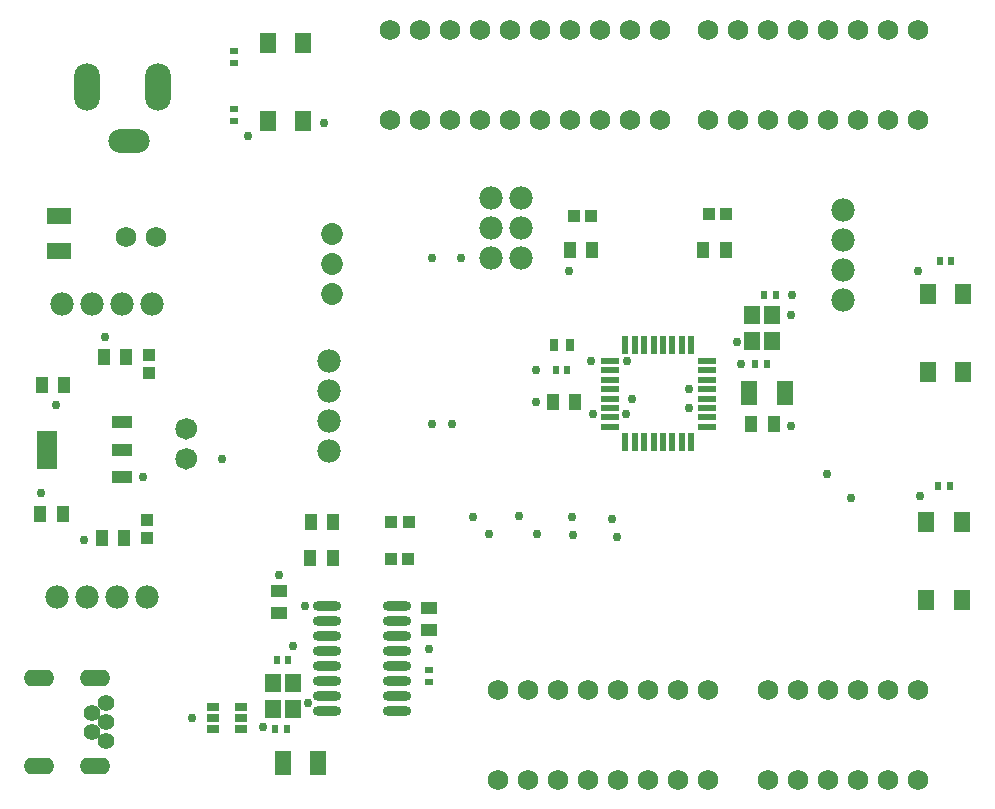
<source format=gts>
G04*
G04 #@! TF.GenerationSoftware,Altium Limited,Altium Designer,22.1.2 (22)*
G04*
G04 Layer_Color=8388736*
%FSLAX25Y25*%
%MOIN*%
G70*
G04*
G04 #@! TF.SameCoordinates,DE848DBD-6215-49A0-A964-8366D708164F*
G04*
G04*
G04 #@! TF.FilePolarity,Negative*
G04*
G01*
G75*
%ADD20R,0.05709X0.03937*%
%ADD21R,0.03937X0.05709*%
%ADD23R,0.02362X0.02756*%
%ADD24R,0.02756X0.02362*%
%ADD30R,0.02953X0.03937*%
%ADD37C,0.00000*%
%ADD38R,0.05524X0.06706*%
%ADD39R,0.07100X0.04100*%
%ADD40R,0.07100X0.13000*%
%ADD41R,0.07900X0.05200*%
%ADD42R,0.06000X0.02200*%
%ADD43R,0.02200X0.06000*%
%ADD44R,0.03950X0.03950*%
%ADD45O,0.09461X0.03200*%
%ADD46R,0.03950X0.03950*%
%ADD47R,0.04137X0.02956*%
%ADD48R,0.05524X0.06311*%
%ADD49R,0.05200X0.07900*%
%ADD50C,0.06800*%
%ADD51C,0.07800*%
%ADD52O,0.10249X0.05524*%
%ADD53C,0.05524*%
%ADD54C,0.07178*%
%ADD55O,0.13792X0.07887*%
%ADD56O,0.08674X0.15761*%
%ADD57C,0.07296*%
%ADD58C,0.03000*%
D20*
X97000Y63000D02*
D03*
Y70480D02*
D03*
X147000Y64740D02*
D03*
Y57260D02*
D03*
D21*
X238260Y184000D02*
D03*
X245740D02*
D03*
X201240D02*
D03*
X193760D02*
D03*
X107260Y81500D02*
D03*
X114740D02*
D03*
X24740Y96000D02*
D03*
X17260D02*
D03*
X45240Y88000D02*
D03*
X37760D02*
D03*
X107520Y93500D02*
D03*
X115000D02*
D03*
X46000Y148500D02*
D03*
X38520D02*
D03*
X17760Y139000D02*
D03*
X25240D02*
D03*
X254260Y126000D02*
D03*
X261740D02*
D03*
X188020Y133500D02*
D03*
X195500D02*
D03*
D23*
X317032Y180500D02*
D03*
X320969D02*
D03*
X316563Y105500D02*
D03*
X320500D02*
D03*
X96031Y47500D02*
D03*
X99968D02*
D03*
X99468Y24500D02*
D03*
X95531D02*
D03*
X255532Y146000D02*
D03*
X259469D02*
D03*
X262469Y169000D02*
D03*
X258531D02*
D03*
X192968Y144000D02*
D03*
X189032D02*
D03*
D24*
X82000Y230937D02*
D03*
Y227000D02*
D03*
Y246500D02*
D03*
Y250437D02*
D03*
X147000Y40031D02*
D03*
Y43968D02*
D03*
D30*
X188488Y152500D02*
D03*
X194000D02*
D03*
D37*
X69390Y114500D02*
G03*
X69390Y114500I-3390J0D01*
G01*
Y124500D02*
G03*
X69390Y124500I-3390J0D01*
G01*
D38*
X324406Y93492D02*
D03*
X312595Y67508D02*
D03*
X324406D02*
D03*
X312595Y93492D02*
D03*
X324905Y169492D02*
D03*
X313094Y143508D02*
D03*
X324905D02*
D03*
X313094Y169492D02*
D03*
X93094Y227008D02*
D03*
X104905Y252992D02*
D03*
X93094D02*
D03*
X104905Y227008D02*
D03*
D39*
X44600Y126600D02*
D03*
Y117500D02*
D03*
Y108400D02*
D03*
D40*
X19400Y117500D02*
D03*
D41*
X23500Y183600D02*
D03*
Y195400D02*
D03*
D42*
X239493Y125100D02*
D03*
Y128200D02*
D03*
Y131400D02*
D03*
Y134500D02*
D03*
Y137700D02*
D03*
Y140800D02*
D03*
X207093Y147100D02*
D03*
Y144000D02*
D03*
Y140800D02*
D03*
Y137700D02*
D03*
Y134500D02*
D03*
Y131400D02*
D03*
Y128200D02*
D03*
Y125100D02*
D03*
X239493Y147100D02*
D03*
Y144000D02*
D03*
D43*
X234293Y152300D02*
D03*
X231193D02*
D03*
X227993D02*
D03*
X224893D02*
D03*
X221693D02*
D03*
X218593D02*
D03*
X215393D02*
D03*
X212293D02*
D03*
Y119900D02*
D03*
X215393D02*
D03*
X218593D02*
D03*
X221693D02*
D03*
X224893D02*
D03*
X227993D02*
D03*
X231193D02*
D03*
X234293D02*
D03*
D44*
X53000Y93906D02*
D03*
Y88000D02*
D03*
X53500Y143047D02*
D03*
Y148953D02*
D03*
D45*
X112800Y65500D02*
D03*
Y60500D02*
D03*
Y55500D02*
D03*
Y50500D02*
D03*
Y45500D02*
D03*
Y40500D02*
D03*
Y35500D02*
D03*
Y30500D02*
D03*
X136200D02*
D03*
Y35500D02*
D03*
Y40500D02*
D03*
Y45500D02*
D03*
Y50500D02*
D03*
Y55500D02*
D03*
Y60500D02*
D03*
Y65500D02*
D03*
D46*
X140000Y81000D02*
D03*
X134095D02*
D03*
X140047Y93500D02*
D03*
X134142D02*
D03*
X195047Y195500D02*
D03*
X200953D02*
D03*
X245953Y196000D02*
D03*
X240047D02*
D03*
D47*
X74923Y31740D02*
D03*
Y28000D02*
D03*
Y24260D02*
D03*
X84224D02*
D03*
Y28000D02*
D03*
Y31740D02*
D03*
D48*
X94807Y39662D02*
D03*
Y31001D02*
D03*
X101500Y39662D02*
D03*
Y31000D02*
D03*
X254457Y153669D02*
D03*
X261150Y162330D02*
D03*
Y153668D02*
D03*
X254457Y162330D02*
D03*
D49*
X109900Y13000D02*
D03*
X98100D02*
D03*
X265400Y136500D02*
D03*
X253600D02*
D03*
D50*
X260000Y7500D02*
D03*
X270000D02*
D03*
X280000D02*
D03*
X290000D02*
D03*
X300000D02*
D03*
X310000D02*
D03*
X170000D02*
D03*
X180000D02*
D03*
X190000D02*
D03*
X200000D02*
D03*
X210000D02*
D03*
X220000D02*
D03*
X230000D02*
D03*
X240000D02*
D03*
X170000Y37500D02*
D03*
X180000D02*
D03*
X190000D02*
D03*
X200000D02*
D03*
X210000D02*
D03*
X220000D02*
D03*
X230000D02*
D03*
X240000D02*
D03*
X260000D02*
D03*
X270000D02*
D03*
X280000D02*
D03*
X290000D02*
D03*
X300000D02*
D03*
X310000D02*
D03*
X224000Y227500D02*
D03*
X214000D02*
D03*
X204000D02*
D03*
X194000D02*
D03*
X184000D02*
D03*
X174000D02*
D03*
X164000D02*
D03*
X154000D02*
D03*
X144000D02*
D03*
X134000D02*
D03*
X46000Y188500D02*
D03*
X56000D02*
D03*
X310000Y227500D02*
D03*
X300000D02*
D03*
X290000D02*
D03*
X280000D02*
D03*
X270000D02*
D03*
X260000D02*
D03*
X250000D02*
D03*
X240000D02*
D03*
X134000Y257500D02*
D03*
X144000D02*
D03*
X154000D02*
D03*
X164000D02*
D03*
X174000D02*
D03*
X184000D02*
D03*
X194000D02*
D03*
X204000D02*
D03*
X214000D02*
D03*
X224000D02*
D03*
X240000D02*
D03*
X250000D02*
D03*
X260000D02*
D03*
X270000D02*
D03*
X280000D02*
D03*
X290000D02*
D03*
X300000D02*
D03*
X310000D02*
D03*
D51*
X43000Y68500D02*
D03*
X53000D02*
D03*
X23000D02*
D03*
X33000D02*
D03*
X167500Y201500D02*
D03*
X177500D02*
D03*
X167500Y191500D02*
D03*
X177500D02*
D03*
X167500Y181500D02*
D03*
X177500D02*
D03*
X44500Y166000D02*
D03*
X54500D02*
D03*
X24500D02*
D03*
X34500D02*
D03*
X285000Y187500D02*
D03*
Y197500D02*
D03*
Y167500D02*
D03*
Y177500D02*
D03*
X113500Y137000D02*
D03*
Y147000D02*
D03*
Y117000D02*
D03*
Y127000D02*
D03*
D52*
X16875Y41331D02*
D03*
X35575D02*
D03*
Y12040D02*
D03*
X16875D02*
D03*
D53*
X39125Y20308D02*
D03*
Y26607D02*
D03*
X34386Y23458D02*
D03*
Y29757D02*
D03*
X39125Y32906D02*
D03*
D54*
X66000Y114500D02*
D03*
Y124500D02*
D03*
D55*
X46780Y220193D02*
D03*
D56*
X33000Y238500D02*
D03*
X56622D02*
D03*
D57*
X114500Y169500D02*
D03*
Y179500D02*
D03*
Y189500D02*
D03*
D58*
X86500Y222000D02*
D03*
X310500Y102000D02*
D03*
X310000Y177000D02*
D03*
X106500Y33000D02*
D03*
X68000Y28000D02*
D03*
X91500Y25000D02*
D03*
X97000Y75740D02*
D03*
X51500Y108500D02*
D03*
X279500Y109500D02*
D03*
X267500Y125500D02*
D03*
X287500Y101500D02*
D03*
X249500Y153500D02*
D03*
X233500Y137600D02*
D03*
Y131400D02*
D03*
X214500Y134500D02*
D03*
X77728Y114272D02*
D03*
X148000Y181500D02*
D03*
X112000Y226500D02*
D03*
X17600Y103000D02*
D03*
X39000Y155000D02*
D03*
X32000Y87500D02*
D03*
X22500Y132500D02*
D03*
X267500Y162500D02*
D03*
X267969Y169000D02*
D03*
X193500Y177000D02*
D03*
X157500Y181500D02*
D03*
X251000Y146000D02*
D03*
X176697Y95197D02*
D03*
X194500Y95000D02*
D03*
X209500Y88500D02*
D03*
X182697Y89197D02*
D03*
X208000Y94500D02*
D03*
X195000Y89000D02*
D03*
X161419Y94919D02*
D03*
X166919Y89419D02*
D03*
X105500Y65500D02*
D03*
X101500Y52000D02*
D03*
X201500Y129500D02*
D03*
X201000Y147000D02*
D03*
X154500Y126000D02*
D03*
X182500Y133500D02*
D03*
X212500Y129500D02*
D03*
X182500Y144000D02*
D03*
X213000Y147000D02*
D03*
X148000Y126000D02*
D03*
X147000Y51000D02*
D03*
M02*

</source>
